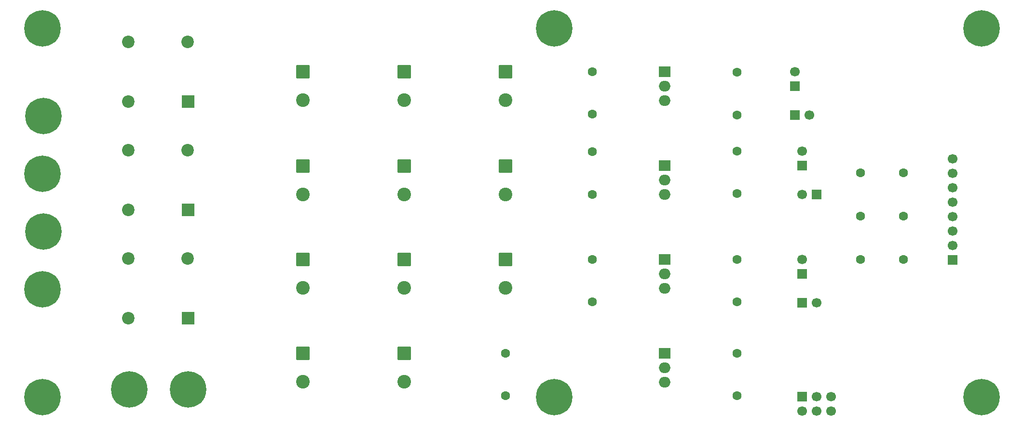
<source format=gbr>
%TF.GenerationSoftware,KiCad,Pcbnew,9.0.7*%
%TF.CreationDate,2026-01-25T12:08:44-05:00*%
%TF.ProjectId,MonitoringPSU,4d6f6e69-746f-4726-996e-675053552e6b,1.0*%
%TF.SameCoordinates,Original*%
%TF.FileFunction,Soldermask,Bot*%
%TF.FilePolarity,Negative*%
%FSLAX46Y46*%
G04 Gerber Fmt 4.6, Leading zero omitted, Abs format (unit mm)*
G04 Created by KiCad (PCBNEW 9.0.7) date 2026-01-25 12:08:44*
%MOMM*%
%LPD*%
G01*
G04 APERTURE LIST*
G04 Aperture macros list*
%AMRoundRect*
0 Rectangle with rounded corners*
0 $1 Rounding radius*
0 $2 $3 $4 $5 $6 $7 $8 $9 X,Y pos of 4 corners*
0 Add a 4 corners polygon primitive as box body*
4,1,4,$2,$3,$4,$5,$6,$7,$8,$9,$2,$3,0*
0 Add four circle primitives for the rounded corners*
1,1,$1+$1,$2,$3*
1,1,$1+$1,$4,$5*
1,1,$1+$1,$6,$7*
1,1,$1+$1,$8,$9*
0 Add four rect primitives between the rounded corners*
20,1,$1+$1,$2,$3,$4,$5,0*
20,1,$1+$1,$4,$5,$6,$7,0*
20,1,$1+$1,$6,$7,$8,$9,0*
20,1,$1+$1,$8,$9,$2,$3,0*%
G04 Aperture macros list end*
%ADD10C,1.600000*%
%ADD11R,1.700000X1.700000*%
%ADD12C,1.700000*%
%ADD13R,2.200000X2.200000*%
%ADD14C,2.200000*%
%ADD15C,0.800000*%
%ADD16C,6.400000*%
%ADD17RoundRect,0.250001X-0.949999X0.949999X-0.949999X-0.949999X0.949999X-0.949999X0.949999X0.949999X0*%
%ADD18C,2.400000*%
%ADD19R,2.000000X1.905000*%
%ADD20O,2.000000X1.905000*%
G04 APERTURE END LIST*
D10*
%TO.C,C14*%
X150730000Y-95090000D03*
X150730000Y-102590000D03*
%TD*%
D11*
%TO.C,I2*%
X187560000Y-78580000D03*
D12*
X187560000Y-76040000D03*
%TD*%
D13*
%TO.C,D3*%
X79780000Y-105420000D03*
D14*
X79680000Y-94920000D03*
X69280000Y-94920000D03*
X69280000Y-105420000D03*
%TD*%
D15*
%TO.C,P5*%
X67050000Y-117950000D03*
X67752944Y-116252944D03*
X67752944Y-119647056D03*
X69450000Y-115550000D03*
D16*
X69450000Y-117950000D03*
D15*
X69450000Y-120350000D03*
X71147056Y-116252944D03*
X71147056Y-119647056D03*
X71850000Y-117950000D03*
%TD*%
%TO.C,P1*%
X51950000Y-69830000D03*
X52652944Y-68132944D03*
X52652944Y-71527056D03*
X54350000Y-67430000D03*
D16*
X54350000Y-69830000D03*
D15*
X54350000Y-72230000D03*
X56047056Y-68132944D03*
X56047056Y-71527056D03*
X56750000Y-69830000D03*
%TD*%
D10*
%TO.C,C10*%
X176130000Y-76040000D03*
X176130000Y-83540000D03*
%TD*%
D17*
%TO.C,C12*%
X117710000Y-95090000D03*
D18*
X117710000Y-100090000D03*
%TD*%
D15*
%TO.C,P4*%
X51810000Y-100310000D03*
X52512944Y-98612944D03*
X52512944Y-102007056D03*
X54210000Y-97910000D03*
D16*
X54210000Y-100310000D03*
D15*
X54210000Y-102710000D03*
X55907056Y-98612944D03*
X55907056Y-102007056D03*
X56610000Y-100310000D03*
%TD*%
D17*
%TO.C,C3*%
X117710000Y-62070000D03*
D18*
X117710000Y-67070000D03*
%TD*%
D19*
%TO.C,U4*%
X163430000Y-111600000D03*
D20*
X163430000Y-114140000D03*
X163430000Y-116679999D03*
%TD*%
D17*
%TO.C,C6*%
X135490000Y-78660000D03*
D18*
X135490000Y-83660000D03*
%TD*%
D11*
%TO.C,V3*%
X187560000Y-102710000D03*
D12*
X190100000Y-102710000D03*
%TD*%
D11*
%TO.C,J1*%
X213930000Y-95170000D03*
D12*
X213930000Y-92630000D03*
X213930000Y-90090001D03*
X213930000Y-87550000D03*
X213930000Y-85010000D03*
X213930000Y-82470000D03*
X213930000Y-79930000D03*
X213930000Y-77389999D03*
%TD*%
D10*
%TO.C,C20*%
X176130000Y-119100000D03*
X176130000Y-111600000D03*
%TD*%
D17*
%TO.C,C11*%
X99930000Y-95090000D03*
D18*
X99930000Y-100090000D03*
%TD*%
D15*
%TO.C,H3*%
X216650000Y-54450000D03*
X217352944Y-52752944D03*
X217352944Y-56147056D03*
X219050000Y-52050000D03*
D16*
X219050000Y-54450000D03*
D15*
X219050000Y-56850000D03*
X220747056Y-52752944D03*
X220747056Y-56147056D03*
X221450000Y-54450000D03*
%TD*%
D10*
%TO.C,C19*%
X135490000Y-111600000D03*
X135490000Y-119100000D03*
%TD*%
%TO.C,F1*%
X197780000Y-95090000D03*
X205280000Y-95090000D03*
%TD*%
D11*
%TO.C,I1*%
X186290000Y-64610000D03*
D12*
X186290000Y-62070000D03*
%TD*%
D17*
%TO.C,C17*%
X117710000Y-111600000D03*
D18*
X117710000Y-116600000D03*
%TD*%
D15*
%TO.C,H2*%
X141650000Y-54450000D03*
X142352944Y-52752944D03*
X142352944Y-56147056D03*
X144050000Y-52050000D03*
D16*
X144050000Y-54450000D03*
D15*
X144050000Y-56850000D03*
X145747056Y-52752944D03*
X145747056Y-56147056D03*
X146450000Y-54450000D03*
%TD*%
%TO.C,H5*%
X141650000Y-119290000D03*
X142352944Y-117592944D03*
X142352944Y-120987056D03*
X144050000Y-116890000D03*
D16*
X144050000Y-119290000D03*
D15*
X144050000Y-121690000D03*
X145747056Y-117592944D03*
X145747056Y-120987056D03*
X146450000Y-119290000D03*
%TD*%
D13*
%TO.C,D2*%
X79780000Y-86370000D03*
D14*
X79680000Y-75870000D03*
X69280000Y-75870000D03*
X69280000Y-86370000D03*
%TD*%
D15*
%TO.C,H4*%
X51810000Y-119290000D03*
X52512944Y-117592944D03*
X52512944Y-120987056D03*
X54210000Y-116890000D03*
D16*
X54210000Y-119290000D03*
D15*
X54210000Y-121690000D03*
X55907056Y-117592944D03*
X55907056Y-120987056D03*
X56610000Y-119290000D03*
%TD*%
D17*
%TO.C,C16*%
X99930000Y-111600000D03*
D18*
X99930000Y-116600000D03*
%TD*%
D17*
%TO.C,C5*%
X135490000Y-62070000D03*
D18*
X135490000Y-67070000D03*
%TD*%
D19*
%TO.C,U3*%
X163430000Y-95090000D03*
D20*
X163430000Y-97630000D03*
X163430000Y-100169999D03*
%TD*%
D17*
%TO.C,C1*%
X99930000Y-62070000D03*
D18*
X99930000Y-67070000D03*
%TD*%
D11*
%TO.C,V2*%
X190100000Y-83660000D03*
D12*
X187560000Y-83660000D03*
%TD*%
D13*
%TO.C,D1*%
X79780000Y-67320000D03*
D14*
X79680000Y-56820000D03*
X69280000Y-56820000D03*
X69280000Y-67320000D03*
%TD*%
D10*
%TO.C,F2*%
X197780000Y-79850000D03*
X205280000Y-79850000D03*
%TD*%
D17*
%TO.C,C4*%
X117710000Y-78660000D03*
D18*
X117710000Y-83660000D03*
%TD*%
D15*
%TO.C,P3*%
X51950000Y-90150000D03*
X52652944Y-88452944D03*
X52652944Y-91847056D03*
X54350000Y-87750000D03*
D16*
X54350000Y-90150000D03*
D15*
X54350000Y-92550000D03*
X56047056Y-88452944D03*
X56047056Y-91847056D03*
X56750000Y-90150000D03*
%TD*%
%TO.C,P2*%
X51810000Y-79990000D03*
X52512944Y-78292944D03*
X52512944Y-81687056D03*
X54210000Y-77590000D03*
D16*
X54210000Y-79990000D03*
D15*
X54210000Y-82390000D03*
X55907056Y-78292944D03*
X55907056Y-81687056D03*
X56610000Y-79990000D03*
%TD*%
D11*
%TO.C,I3*%
X187560000Y-97630000D03*
D12*
X187560000Y-95090000D03*
%TD*%
D19*
%TO.C,U2*%
X163430000Y-78580001D03*
D20*
X163430000Y-81120001D03*
X163430000Y-83660000D03*
%TD*%
D10*
%TO.C,C8*%
X150730000Y-76160000D03*
X150730000Y-83660000D03*
%TD*%
D15*
%TO.C,P6*%
X77350000Y-117950000D03*
X78052944Y-116252944D03*
X78052944Y-119647056D03*
X79750000Y-115550000D03*
D16*
X79750000Y-117950000D03*
D15*
X79750000Y-120350000D03*
X81447056Y-116252944D03*
X81447056Y-119647056D03*
X82150000Y-117950000D03*
%TD*%
D17*
%TO.C,C13*%
X135490000Y-95090000D03*
D18*
X135490000Y-100090000D03*
%TD*%
D11*
%TO.C,V1*%
X186290000Y-69690000D03*
D12*
X188830000Y-69690000D03*
%TD*%
D10*
%TO.C,C7*%
X150730000Y-62070000D03*
X150730000Y-69570000D03*
%TD*%
D15*
%TO.C,H6*%
X216650000Y-119290000D03*
X217352944Y-117592944D03*
X217352944Y-120987056D03*
X219050000Y-116890000D03*
D16*
X219050000Y-119290000D03*
D15*
X219050000Y-121690000D03*
X220747056Y-117592944D03*
X220747056Y-120987056D03*
X221450000Y-119290000D03*
%TD*%
D10*
%TO.C,C9*%
X176130000Y-69690000D03*
X176130000Y-62190000D03*
%TD*%
%TO.C,F3*%
X197780000Y-87470000D03*
X205280000Y-87470000D03*
%TD*%
D15*
%TO.C,H1*%
X51810000Y-54450000D03*
X52512944Y-52752944D03*
X52512944Y-56147056D03*
X54210000Y-52050000D03*
D16*
X54210000Y-54450000D03*
D15*
X54210000Y-56850000D03*
X55907056Y-52752944D03*
X55907056Y-56147056D03*
X56610000Y-54450000D03*
%TD*%
D11*
%TO.C,J2*%
X187560000Y-119220000D03*
D12*
X187560000Y-121760000D03*
X190100000Y-119220000D03*
X190100000Y-121760000D03*
X192640000Y-119220000D03*
X192640000Y-121760000D03*
%TD*%
D10*
%TO.C,C15*%
X176130000Y-102590000D03*
X176130000Y-95090000D03*
%TD*%
D17*
%TO.C,C2*%
X99930000Y-78660000D03*
D18*
X99930000Y-83660000D03*
%TD*%
D19*
%TO.C,U1*%
X163430000Y-62070000D03*
D20*
X163430000Y-64610000D03*
X163430000Y-67149999D03*
%TD*%
M02*

</source>
